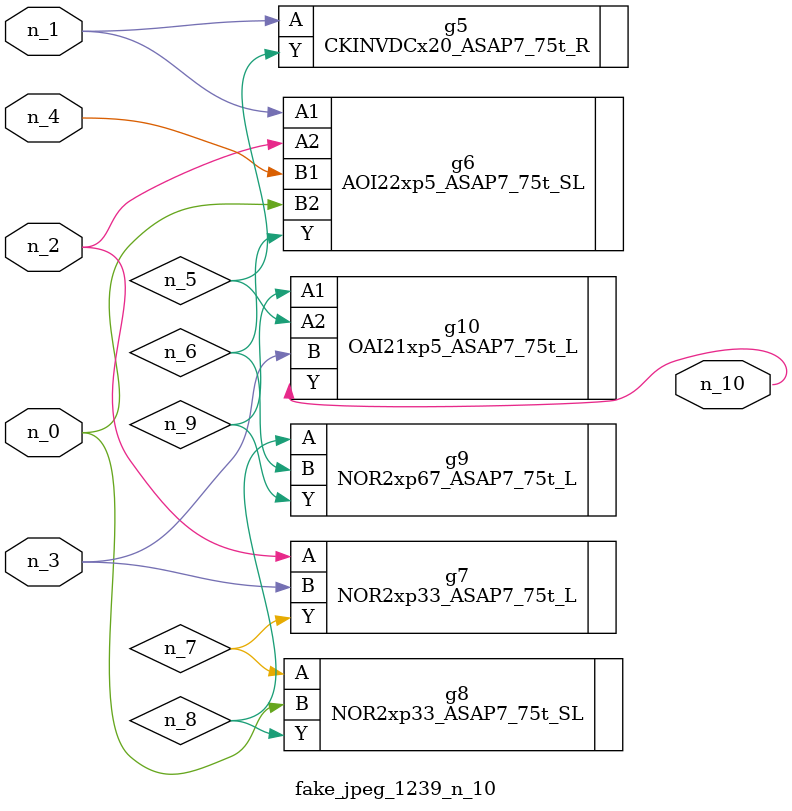
<source format=v>
module fake_jpeg_1239_n_10 (n_3, n_2, n_1, n_0, n_4, n_10);

input n_3;
input n_2;
input n_1;
input n_0;
input n_4;

output n_10;

wire n_8;
wire n_9;
wire n_6;
wire n_5;
wire n_7;

CKINVDCx20_ASAP7_75t_R g5 ( 
.A(n_1),
.Y(n_5)
);

AOI22xp5_ASAP7_75t_SL g6 ( 
.A1(n_1),
.A2(n_2),
.B1(n_4),
.B2(n_0),
.Y(n_6)
);

NOR2xp33_ASAP7_75t_L g7 ( 
.A(n_2),
.B(n_3),
.Y(n_7)
);

NOR2xp33_ASAP7_75t_SL g8 ( 
.A(n_7),
.B(n_0),
.Y(n_8)
);

NOR2xp67_ASAP7_75t_L g9 ( 
.A(n_8),
.B(n_6),
.Y(n_9)
);

OAI21xp5_ASAP7_75t_L g10 ( 
.A1(n_9),
.A2(n_5),
.B(n_3),
.Y(n_10)
);


endmodule
</source>
